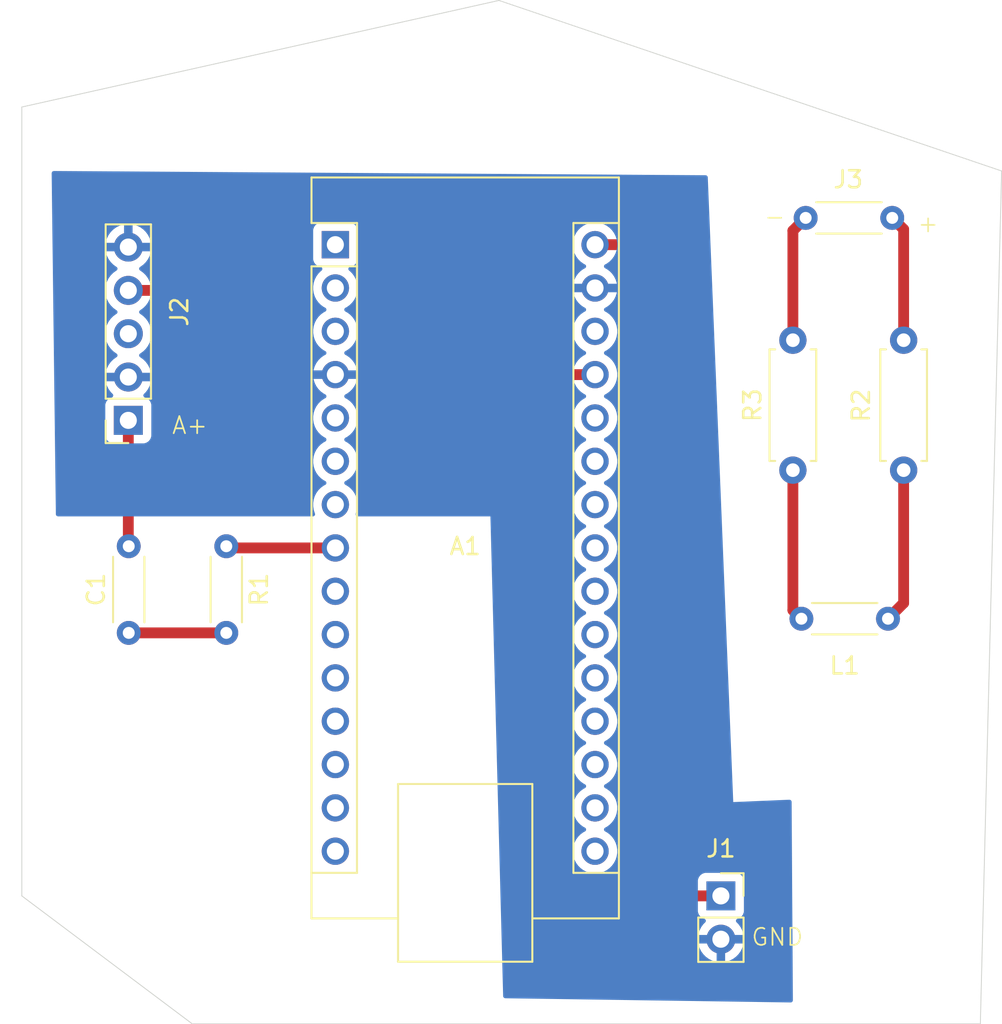
<source format=kicad_pcb>
(kicad_pcb (version 20241229) (generator "pcbnew") (generator_version "9.0")
  (layers (0 "F.Cu" signal) (2 "B.Cu" signal) (13 "F.Paste" user) (15 "B.Paste" user) (5 "F.SilkS" user "F.Silkscreen") (7 "B.SilkS" user "B.Silkscreen") (1 "F.Mask" user) (3 "B.Mask" user) (25 "Edge.Cuts" user))
  (net 0 "")
  (net 1 "/R1-D5")
  (net 6 "GND")
  (net 12 "+5V")
  (net 24 "Net-(A1-VIN)")
  (net 30 "Net-(C1-Pad1)")
  (net 31 "/A+")
  (net 33 "/Out+")
  (net 34 "/Out-")
  (net 35 "/Coil1")
  (net 36 "/Coil2")
  (footprint "Resistor_THT:R_Axial_DIN0207_L6.3mm_D2.5mm_P7.62mm_Horizontal" (layer "F.Cu") (at 160.25 84.04 90)
    (property "Reference" "R3" (at 3.81 -2.37 90) (layer "F.SilkS"))
    (property "Value" "R")
    (fp_line (start 7.08 -1.37) (end 7.08 -1.04) (stroke (width 0.12)) (layer "F.SilkS"))
    (fp_line (start 0.54 -1.37) (end 7.08 -1.37) (stroke (width 0.12)) (layer "F.SilkS"))
    (fp_line (start 0.54 -1.04) (end 0.54 -1.37) (stroke (width 0.12)) (layer "F.SilkS"))
    (fp_line (start 0.54 1.04) (end 0.54 1.37) (stroke (width 0.12)) (layer "F.SilkS"))
    (fp_line (start 7.08 1.37) (end 7.08 1.04) (stroke (width 0.12)) (layer "F.SilkS"))
    (fp_line (start 0.54 1.37) (end 7.08 1.37) (stroke (width 0.12)) (layer "F.SilkS"))
    (pad "1" thru_hole circle (at 0 0 90) (size 1.6 1.6) (drill 0.8) (layers "*.Cu" "*.Mask") (net 36 "/Coil2"))
    (pad "2" thru_hole oval (at 7.62 0 90) (size 1.6 1.6) (drill 0.8) (layers "*.Cu" "*.Mask") (net 34 "/Out-"))
  )
  (footprint "MountingHole:MountingHole_2.7mm" (layer "F.Cu") (at 124.25 103.25)
    (property "Reference" "H1" (at 0 0 0) (layer "F.SilkS"))
    (property "Value" "MountingHole")
    (pad "" np_thru_hole circle (at 0 0) (size 2.7 2.7) (drill 2.7) (layers "*.Cu" "*.Mask"))
  )
  (footprint "Resistor_THT:R_Axial_DIN0204_L3.6mm_D1.6mm_P5.08mm_Horizontal" (layer "F.Cu") (at 161 69.25)
    (property "Reference" "J3" (at 2.5 -2.25 0) (layer "F.SilkS"))
    (property "Value" "Conn_01x02_Socket")
    (fp_line (start 0.62 -0.92) (end 4.46 -0.92) (stroke (width 0.12)) (layer "F.SilkS"))
    (fp_line (start 0.62 0.92) (end 4.46 0.92) (stroke (width 0.12)) (layer "F.SilkS"))
    (pad "1" thru_hole circle (at 0 0) (size 1.4 1.4) (drill 0.7) (layers "*.Cu" "*.Mask") (net 34 "/Out-"))
    (pad "2" thru_hole oval (at 5.08 0) (size 1.4 1.4) (drill 0.7) (layers "*.Cu" "*.Mask") (net 33 "/Out+"))
  )
  (footprint "MountingHole:MountingHole_2.7mm" (layer "F.Cu") (at 163.75 106.25)
    (property "Reference" "H2" (at 0.25 0 0) (layer "F.SilkS"))
    (property "Value" "MountingHole")
    (pad "" np_thru_hole circle (at 0 0) (size 2.7 2.7) (drill 2.7) (layers "*.Cu" "*.Mask"))
  )
  (footprint "Resistor_THT:R_Axial_DIN0204_L3.6mm_D1.6mm_P5.08mm_Horizontal" (layer "F.Cu") (at 160.75 92.75)
    (property "Reference" "L1" (at 2.54 2.75 0) (layer "F.SilkS"))
    (property "Value" "ElectromagneticActor")
    (fp_line (start 0.62 -0.92) (end 4.46 -0.92) (stroke (width 0.12)) (layer "F.SilkS"))
    (fp_line (start 0.62 0.92) (end 4.46 0.92) (stroke (width 0.12)) (layer "F.SilkS"))
    (pad "1" thru_hole circle (at 0 0) (size 1.4 1.4) (drill 0.7) (layers "*.Cu" "*.Mask") (net 36 "/Coil2"))
    (pad "2" thru_hole oval (at 5.08 0) (size 1.4 1.4) (drill 0.7) (layers "*.Cu" "*.Mask") (net 35 "/Coil1"))
  )
  (footprint "Module:Arduino_Nano" (layer "F.Cu") (at 133.4 70.82)
    (property "Reference" "A1" (at 7.62 17.68 0) (layer "F.SilkS"))
    (property "Value" "Arduino_Nano_v3.x")
    (fp_line (start -1.4 -3.94) (end -1.4 -1.27) (stroke (width 0.12)) (layer "F.SilkS"))
    (fp_line (start -1.4 1.27) (end -1.4 39.5) (stroke (width 0.12)) (layer "F.SilkS"))
    (fp_line (start -1.4 39.5) (end 3.68 39.5) (stroke (width 0.12)) (layer "F.SilkS"))
    (fp_line (start 1.27 -1.27) (end -1.4 -1.27) (stroke (width 0.12)) (layer "F.SilkS"))
    (fp_line (start 1.27 1.27) (end -1.4 1.27) (stroke (width 0.12)) (layer "F.SilkS"))
    (fp_line (start 1.27 1.27) (end 1.27 -1.27) (stroke (width 0.12)) (layer "F.SilkS"))
    (fp_line (start 1.27 1.27) (end 1.27 36.83) (stroke (width 0.12)) (layer "F.SilkS"))
    (fp_line (start 1.27 36.83) (end -1.4 36.83) (stroke (width 0.12)) (layer "F.SilkS"))
    (fp_line (start 3.68 31.62) (end 11.56 31.62) (stroke (width 0.12)) (layer "F.SilkS"))
    (fp_line (start 3.68 42.04) (end 3.68 31.62) (stroke (width 0.12)) (layer "F.SilkS"))
    (fp_line (start 11.56 31.62) (end 11.56 42.04) (stroke (width 0.12)) (layer "F.SilkS"))
    (fp_line (start 11.56 42.04) (end 3.68 42.04) (stroke (width 0.12)) (layer "F.SilkS"))
    (fp_line (start 13.97 -1.27) (end 13.97 36.83) (stroke (width 0.12)) (layer "F.SilkS"))
    (fp_line (start 13.97 -1.27) (end 16.64 -1.27) (stroke (width 0.12)) (layer "F.SilkS"))
    (fp_line (start 13.97 36.83) (end 16.64 36.83) (stroke (width 0.12)) (layer "F.SilkS"))
    (fp_line (start 16.64 -3.94) (end -1.4 -3.94) (stroke (width 0.12)) (layer "F.SilkS"))
    (fp_line (start 16.64 39.5) (end 11.56 39.5) (stroke (width 0.12)) (layer "F.SilkS"))
    (fp_line (start 16.64 39.5) (end 16.64 -3.94) (stroke (width 0.12)) (layer "F.SilkS"))
    (pad "1" thru_hole rect (at 0 0) (size 1.6 1.6) (drill 1) (layers "*.Cu" "*.Mask"))
    (pad "2" thru_hole oval (at 0 2.54) (size 1.6 1.6) (drill 1) (layers "*.Cu" "*.Mask"))
    (pad "3" thru_hole oval (at 0 5.08) (size 1.6 1.6) (drill 1) (layers "*.Cu" "*.Mask"))
    (pad "4" thru_hole oval (at 0 7.62) (size 1.6 1.6) (drill 1) (layers "*.Cu" "*.Mask") (net 6 "GND"))
    (pad "5" thru_hole oval (at 0 10.16) (size 1.6 1.6) (drill 1) (layers "*.Cu" "*.Mask"))
    (pad "6" thru_hole oval (at 0 12.7) (size 1.6 1.6) (drill 1) (layers "*.Cu" "*.Mask"))
    (pad "7" thru_hole oval (at 0 15.24) (size 1.6 1.6) (drill 1) (layers "*.Cu" "*.Mask"))
    (pad "8" thru_hole oval (at 0 17.78) (size 1.6 1.6) (drill 1) (layers "*.Cu" "*.Mask") (net 1 "/R1-D5"))
    (pad "9" thru_hole oval (at 0 20.32) (size 1.6 1.6) (drill 1) (layers "*.Cu" "*.Mask"))
    (pad "10" thru_hole oval (at 0 22.86) (size 1.6 1.6) (drill 1) (layers "*.Cu" "*.Mask"))
    (pad "11" thru_hole oval (at 0 25.4) (size 1.6 1.6) (drill 1) (layers "*.Cu" "*.Mask"))
    (pad "12" thru_hole oval (at 0 27.94) (size 1.6 1.6) (drill 1) (layers "*.Cu" "*.Mask"))
    (pad "13" thru_hole oval (at 0 30.48) (size 1.6 1.6) (drill 1) (layers "*.Cu" "*.Mask"))
    (pad "14" thru_hole oval (at 0 33.02) (size 1.6 1.6) (drill 1) (layers "*.Cu" "*.Mask"))
    (pad "15" thru_hole oval (at 0 35.56) (size 1.6 1.6) (drill 1) (layers "*.Cu" "*.Mask"))
    (pad "16" thru_hole oval (at 15.24 35.56) (size 1.6 1.6) (drill 1) (layers "*.Cu" "*.Mask"))
    (pad "17" thru_hole oval (at 15.24 33.02) (size 1.6 1.6) (drill 1) (layers "*.Cu" "*.Mask"))
    (pad "18" thru_hole oval (at 15.24 30.48) (size 1.6 1.6) (drill 1) (layers "*.Cu" "*.Mask"))
    (pad "19" thru_hole oval (at 15.24 27.94) (size 1.6 1.6) (drill 1) (layers "*.Cu" "*.Mask"))
    (pad "20" thru_hole oval (at 15.24 25.4) (size 1.6 1.6) (drill 1) (layers "*.Cu" "*.Mask"))
    (pad "21" thru_hole oval (at 15.24 22.86) (size 1.6 1.6) (drill 1) (layers "*.Cu" "*.Mask"))
    (pad "22" thru_hole oval (at 15.24 20.32) (size 1.6 1.6) (drill 1) (layers "*.Cu" "*.Mask"))
    (pad "23" thru_hole oval (at 15.24 17.78) (size 1.6 1.6) (drill 1) (layers "*.Cu" "*.Mask"))
    (pad "24" thru_hole oval (at 15.24 15.24) (size 1.6 1.6) (drill 1) (layers "*.Cu" "*.Mask"))
    (pad "25" thru_hole oval (at 15.24 12.7) (size 1.6 1.6) (drill 1) (layers "*.Cu" "*.Mask"))
    (pad "26" thru_hole oval (at 15.24 10.16) (size 1.6 1.6) (drill 1) (layers "*.Cu" "*.Mask"))
    (pad "27" thru_hole oval (at 15.24 7.62) (size 1.6 1.6) (drill 1) (layers "*.Cu" "*.Mask") (net 12 "+5V"))
    (pad "28" thru_hole oval (at 15.24 5.08) (size 1.6 1.6) (drill 1) (layers "*.Cu" "*.Mask"))
    (pad "29" thru_hole oval (at 15.24 2.54) (size 1.6 1.6) (drill 1) (layers "*.Cu" "*.Mask") (net 6 "GND"))
    (pad "30" thru_hole oval (at 15.24 0) (size 1.6 1.6) (drill 1) (layers "*.Cu" "*.Mask") (net 24 "Net-(A1-VIN)"))
  )
  (footprint "Connector_PinSocket_2.54mm:PinSocket_1x05_P2.54mm_Vertical" (layer "F.Cu") (at 121.25 81.12 180)
    (property "Reference" "J2" (at -3 6.37 90) (layer "F.SilkS"))
    (property "Value" "Conn_01x05_Socket")
    (fp_line (start 1.33 1.27) (end 1.33 11.49) (stroke (width 0.12)) (layer "F.SilkS"))
    (fp_line (start 1.33 -1.33) (end 1.33 0) (stroke (width 0.12)) (layer "F.SilkS"))
    (fp_line (start 0 -1.33) (end 1.33 -1.33) (stroke (width 0.12)) (layer "F.SilkS"))
    (fp_line (start -1.33 11.49) (end 1.33 11.49) (stroke (width 0.12)) (layer "F.SilkS"))
    (fp_line (start -1.33 1.27) (end 1.33 1.27) (stroke (width 0.12)) (layer "F.SilkS"))
    (fp_line (start -1.33 1.27) (end -1.33 11.49) (stroke (width 0.12)) (layer "F.SilkS"))
    (pad "1" thru_hole rect (at 0 0 180) (size 1.7 1.7) (drill 1) (layers "*.Cu" "*.Mask") (net 31 "/A+"))
    (pad "2" thru_hole oval (at 0 2.54 180) (size 1.7 1.7) (drill 1) (layers "*.Cu" "*.Mask") (net 6 "GND"))
    (pad "3" thru_hole oval (at 0 5.08 180) (size 1.7 1.7) (drill 1) (layers "*.Cu" "*.Mask"))
    (pad "4" thru_hole oval (at 0 7.62 180) (size 1.7 1.7) (drill 1) (layers "*.Cu" "*.Mask") (net 12 "+5V"))
    (pad "5" thru_hole oval (at 0 10.16 180) (size 1.7 1.7) (drill 1) (layers "*.Cu" "*.Mask") (net 6 "GND"))
  )
  (footprint "Connector_PinSocket_2.54mm:PinSocket_1x02_P2.54mm_Vertical" (layer "F.Cu") (at 156.025 109)
    (property "Reference" "J1" (at 0 -2.77 0) (layer "F.SilkS"))
    (property "Value" "Conn_01x02_Pin")
    (fp_line (start -1.33 1.27) (end -1.33 3.87) (stroke (width 0.12)) (layer "F.SilkS"))
    (fp_line (start -1.33 1.27) (end 1.33 1.27) (stroke (width 0.12)) (layer "F.SilkS"))
    (fp_line (start -1.33 3.87) (end 1.33 3.87) (stroke (width 0.12)) (layer "F.SilkS"))
    (fp_line (start 0 -1.33) (end 1.33 -1.33) (stroke (width 0.12)) (layer "F.SilkS"))
    (fp_line (start 1.33 -1.33) (end 1.33 0) (stroke (width 0.12)) (layer "F.SilkS"))
    (fp_line (start 1.33 1.27) (end 1.33 3.87) (stroke (width 0.12)) (layer "F.SilkS"))
    (pad "1" thru_hole rect (at 0 0) (size 1.7 1.7) (drill 1) (layers "*.Cu" "*.Mask") (net 24 "Net-(A1-VIN)"))
    (pad "2" thru_hole oval (at 0 2.54) (size 1.7 1.7) (drill 1) (layers "*.Cu" "*.Mask") (net 6 "GND"))
  )
  (footprint "MountingHole:MountingHole_2.7mm" (layer "F.Cu") (at 143 61.75)
    (property "Reference" "H3" (at 0 0 0) (layer "F.SilkS"))
    (property "Value" "MountingHole")
    (pad "" np_thru_hole circle (at 0 0) (size 2.7 2.7) (drill 2.7) (layers "*.Cu" "*.Mask"))
  )
  (footprint "Resistor_THT:R_Axial_DIN0204_L3.6mm_D1.6mm_P5.08mm_Horizontal" (layer "F.Cu") (at 121.275 93.58 90)
    (property "Reference" "C1" (at 2.54 -1.92 90) (layer "F.SilkS"))
    (property "Value" "C")
    (fp_line (start 0.62 -0.92) (end 4.46 -0.92) (stroke (width 0.12)) (layer "F.SilkS"))
    (fp_line (start 0.62 0.92) (end 4.46 0.92) (stroke (width 0.12)) (layer "F.SilkS"))
    (pad "1" thru_hole circle (at 0 0 90) (size 1.4 1.4) (drill 0.7) (layers "*.Cu" "*.Mask") (net 30 "Net-(C1-Pad1)"))
    (pad "2" thru_hole oval (at 5.08 0 90) (size 1.4 1.4) (drill 0.7) (layers "*.Cu" "*.Mask") (net 31 "/A+"))
  )
  (footprint "Resistor_THT:R_Axial_DIN0204_L3.6mm_D1.6mm_P5.08mm_Horizontal" (layer "F.Cu") (at 127 88.5 -90)
    (property "Reference" "R1" (at 2.54 -1.92 90) (layer "F.SilkS"))
    (property "Value" "R")
    (fp_line (start 0.62 0.92) (end 4.46 0.92) (stroke (width 0.12)) (layer "F.SilkS"))
    (fp_line (start 0.62 -0.92) (end 4.46 -0.92) (stroke (width 0.12)) (layer "F.SilkS"))
    (pad "1" thru_hole circle (at 0 0 270) (size 1.4 1.4) (drill 0.7) (layers "*.Cu" "*.Mask") (net 1 "/R1-D5"))
    (pad "2" thru_hole oval (at 5.08 0 270) (size 1.4 1.4) (drill 0.7) (layers "*.Cu" "*.Mask") (net 30 "Net-(C1-Pad1)"))
  )
  (footprint "Resistor_THT:R_Axial_DIN0207_L6.3mm_D2.5mm_P7.62mm_Horizontal" (layer "F.Cu") (at 166.75 76.42 -90)
    (property "Reference" "R2" (at 3.83 2.5 270) (layer "F.SilkS"))
    (property "Value" "R")
    (fp_line (start 0.54 1.37) (end 7.08 1.37) (stroke (width 0.12)) (layer "F.SilkS"))
    (fp_line (start 7.08 1.37) (end 7.08 1.04) (stroke (width 0.12)) (layer "F.SilkS"))
    (fp_line (start 0.54 1.04) (end 0.54 1.37) (stroke (width 0.12)) (layer "F.SilkS"))
    (fp_line (start 0.54 -1.04) (end 0.54 -1.37) (stroke (width 0.12)) (layer "F.SilkS"))
    (fp_line (start 0.54 -1.37) (end 7.08 -1.37) (stroke (width 0.12)) (layer "F.SilkS"))
    (fp_line (start 7.08 -1.37) (end 7.08 -1.04) (stroke (width 0.12)) (layer "F.SilkS"))
    (pad "1" thru_hole circle (at 0 0 270) (size 1.6 1.6) (drill 0.8) (layers "*.Cu" "*.Mask") (net 33 "/Out+"))
    (pad "2" thru_hole oval (at 7.62 0 270) (size 1.6 1.6) (drill 0.8) (layers "*.Cu" "*.Mask") (net 35 "/Coil1"))
  )
  (gr_line (start 115 62.75) (end 143 56.5) (stroke (width 0.05)) (layer "Edge.Cuts"))
  (gr_line (start 115 109) (end 125 116.5) (stroke (width 0.05)) (layer "Edge.Cuts"))
  (gr_line (start 125 116.5) (end 171.25 116.5) (stroke (width 0.05)) (layer "Edge.Cuts"))
  (gr_line (start 115 62.75) (end 115 109) (stroke (width 0.05)) (layer "Edge.Cuts"))
  (gr_line (start 172.5 66.5) (end 171.25 116.5) (stroke (width 0.05)) (layer "Edge.Cuts"))
  (gr_line (start 143 56.5) (end 172.5 66.5) (stroke (width 0.05)) (layer "Edge.Cuts"))
  (gr_text "+" (at 167.5 70.17 0) (layer "F.SilkS") (effects (font (size 1 1) (thickness 0.1)) (justify left bottom)))
  (gr_text "GND" (at 157.75 112 0) (layer "F.SilkS") (effects (font (size 1 1) (thickness 0.1)) (justify left bottom)))
  (gr_text "A+" (at 123.75 82 0) (layer "F.SilkS") (effects (font (size 1 1) (thickness 0.1)) (justify left bottom)))
  (gr_text "-" (at 158.5 69.75 0) (layer "F.SilkS") (effects (font (size 1 1) (thickness 0.1)) (justify left bottom)))
  (segment (start 133.4 88.6) (end 127.1 88.6) (width 0.635) (layer "F.Cu") (net 1))
  (segment (start 127.1 88.6) (end 127 88.5) (width 0.2) (layer "F.Cu") (net 1))
  (segment (start 144.25 77.75) (end 144.94 78.44) (width 0.635) (layer "F.Cu") (net 12))
  (segment (start 126.5 73.5) (end 127.75 72.25) (width 0.635) (layer "F.Cu") (net 12))
  (segment (start 128 68.25) (end 139.75 68.25) (width 0.635) (layer "F.Cu") (net 12))
  (segment (start 121.25 73.5) (end 126.5 73.5) (width 0.635) (layer "F.Cu") (net 12))
  (segment (start 127.75 68.5) (end 128 68.25) (width 0.635) (layer "F.Cu") (net 12))
  (segment (start 139.75 68.25) (end 144.25 72.75) (width 0.635) (layer "F.Cu") (net 12))
  (segment (start 144.94 78.44) (end 148.64 78.44) (width 0.635) (layer "F.Cu") (net 12))
  (segment (start 144.25 72.75) (end 144.25 77.75) (width 0.635) (layer "F.Cu") (net 12))
  (segment (start 127.75 72.25) (end 127.75 68.5) (width 0.635) (layer "F.Cu") (net 12))
  (segment (start 152.25 107.5) (end 152.25 72.5) (width 0.635) (layer "F.Cu") (net 24))
  (segment (start 153.75 109) (end 152.25 107.5) (width 0.635) (layer "F.Cu") (net 24))
  (segment (start 152.25 72.5) (end 150.57 70.82) (width 0.635) (layer "F.Cu") (net 24))
  (segment (start 156.025 109) (end 153.75 109) (width 0.635) (layer "F.Cu") (net 24))
  (segment (start 150.57 70.82) (end 148.64 70.82) (width 0.635) (layer "F.Cu") (net 24))
  (segment (start 127 93.58) (end 121.275 93.58) (width 0.635) (layer "F.Cu") (net 30))
  (segment (start 121.25 88.475) (end 121.275 88.5) (width 0.2) (layer "F.Cu") (net 31))
  (segment (start 121.25 81.12) (end 121.25 88.475) (width 0.635) (layer "F.Cu") (net 31))
  (segment (start 166.75 76.42) (end 166.75 69.92) (width 0.635) (layer "F.Cu") (net 33))
  (segment (start 166.75 69.92) (end 166.08 69.25) (width 0.635) (layer "F.Cu") (net 33))
  (segment (start 160.25 76.42) (end 160.25 70) (width 0.635) (layer "F.Cu") (net 34))
  (segment (start 160.25 70) (end 161 69.25) (width 0.635) (layer "F.Cu") (net 34))
  (segment (start 166.75 91.83) (end 165.83 92.75) (width 0.635) (layer "F.Cu") (net 35))
  (segment (start 166.75 84.04) (end 166.75 91.83) (width 0.635) (layer "F.Cu") (net 35))
  (segment (start 160.25 92.25) (end 160.75 92.75) (width 0.635) (layer "F.Cu") (net 36))
  (segment (start 160.25 84.04) (end 160.25 92.25) (width 0.635) (layer "F.Cu") (net 36))
  (zone (net 6) (net_name "GND") (layer "B.Cu") (connect_pads (clearance 0.5)) (min_thickness 0.25) (fill yes (thermal_gap 0.5) (thermal_bridge_width 0.5))
    (polygon (pts (xy 156.75 103.5) (xy 160.174118 103.356072) (xy 160.25 115.25) (xy 143.25 115) (xy 142.5 86.75) (xy 117 86.75) (xy 116.75 66.5) (xy 155.25 66.75)))
  )
)
</source>
